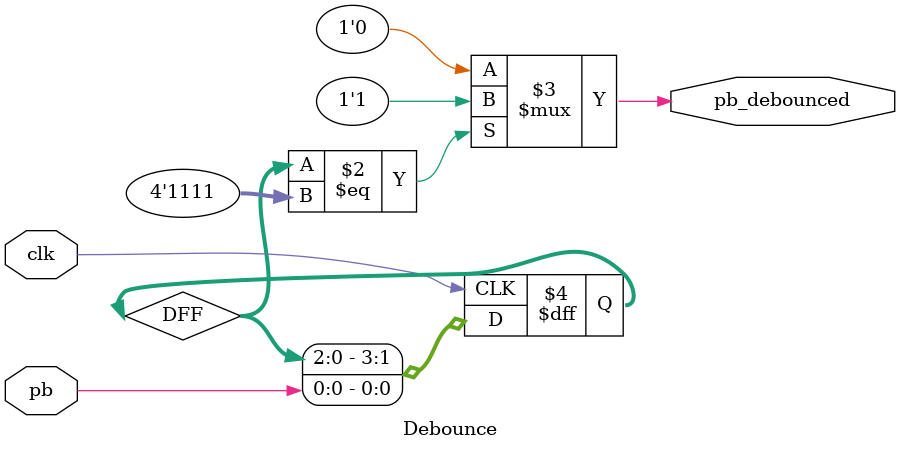
<source format=v>
module OnePulse (
    output reg signal_single_pulse,
    input wire signal,
    input wire clock
    );
    
    reg signal_delay;

    always @(posedge clock) begin
        if (signal == 1'b1 & signal_delay == 1'b0)
            signal_single_pulse <= 1'b1;
        else
            signal_single_pulse <= 1'b0;
        signal_delay <= signal;
    end
endmodule

module Debounce (pb_debounced, pb, clk);
     output pb_debounced; // signal of a pushbutton after being debounced
     input pb; // signal from a pushbutton
     input clk;
       
     reg [3:0] DFF; // use shift_reg to filter pushbutton bounce
     always @(posedge clk)
     begin
     DFF[3:1] <= DFF[2:0];
     DFF[0] <= pb;
     end
     assign pb_debounced = ((DFF == 4'b1111) ? 1'b1 : 1'b0);
endmodule
</source>
